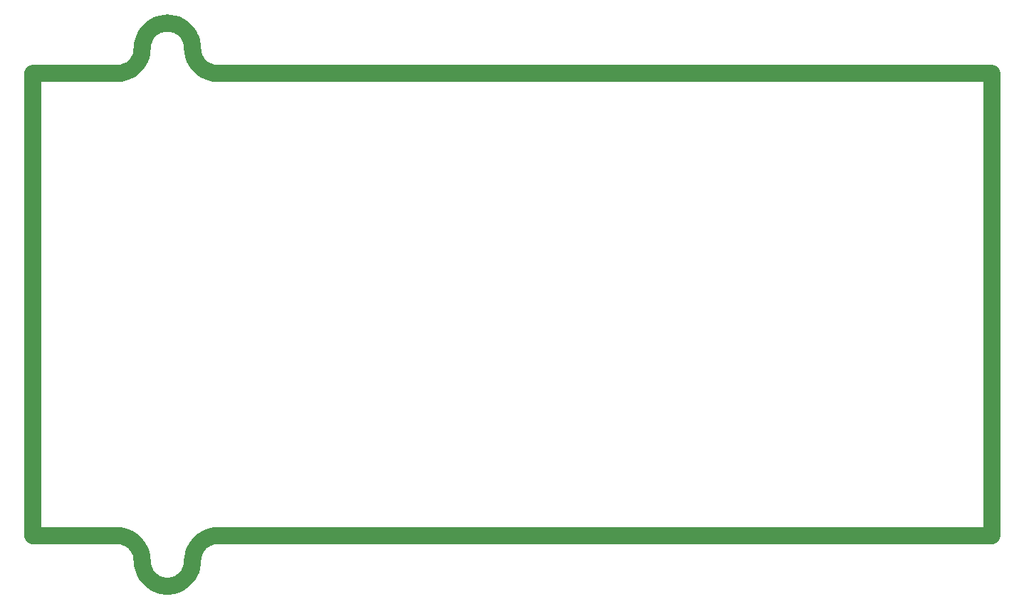
<source format=gko>
G04*
G04 #@! TF.GenerationSoftware,Altium Limited,Altium Designer,24.3.1 (35)*
G04*
G04 Layer_Color=16711935*
%FSLAX25Y25*%
%MOIN*%
G70*
G04*
G04 #@! TF.SameCoordinates,5149264C-F6EF-45E8-801D-D6D5ED924B73*
G04*
G04*
G04 #@! TF.FilePolarity,Positive*
G04*
G01*
G75*
%ADD74C,0.07874*%
D74*
X450787Y108268D02*
X450787Y108268D01*
X41339Y108268D02*
X41339D01*
X64961Y131890D02*
X63985Y131849D01*
X63017Y131729D01*
X62061Y131528D01*
X61126Y131250D01*
X60216Y130895D01*
X59339Y130466D01*
X58501Y129966D01*
X57706Y129399D01*
X56961Y128768D01*
X56271Y128078D01*
X55640Y127333D01*
X55073Y126539D01*
X54573Y125700D01*
X54144Y124823D01*
X53790Y123914D01*
X53511Y122978D01*
X53311Y122023D01*
X53190Y121054D01*
X53150Y120079D01*
X76772D02*
X76731Y121054D01*
X76611Y122023D01*
X76410Y122978D01*
X76132Y123914D01*
X75777Y124823D01*
X75348Y125700D01*
X74848Y126539D01*
X74281Y127333D01*
X73650Y128078D01*
X72960Y128768D01*
X72215Y129399D01*
X71421Y129966D01*
X70582Y130466D01*
X69705Y130895D01*
X68796Y131250D01*
X67860Y131528D01*
X66905Y131729D01*
X65936Y131849D01*
X64961Y131890D01*
X76772Y120079D02*
X76812Y119103D01*
X76933Y118135D01*
X77133Y117179D01*
X77412Y116244D01*
X77767Y115334D01*
X78195Y114457D01*
X78695Y113619D01*
X79262Y112824D01*
X79893Y112079D01*
X80583Y111389D01*
X81328Y110758D01*
X82123Y110191D01*
X82961Y109691D01*
X83838Y109263D01*
X84748Y108908D01*
X85683Y108629D01*
X86639Y108429D01*
X87607Y108308D01*
X88583Y108268D01*
X41339D02*
X42314Y108308D01*
X43283Y108429D01*
X44238Y108629D01*
X45174Y108908D01*
X46083Y109263D01*
X46960Y109691D01*
X47799Y110191D01*
X48593Y110758D01*
X49338Y111389D01*
X50028Y112079D01*
X50659Y112824D01*
X51226Y113619D01*
X51726Y114457D01*
X52155Y115334D01*
X52510Y116244D01*
X52788Y117179D01*
X52988Y118135D01*
X53109Y119103D01*
X53150Y120079D01*
Y-120079D02*
X53109Y-119103D01*
X52988Y-118135D01*
X52788Y-117179D01*
X52510Y-116244D01*
X52155Y-115334D01*
X51726Y-114457D01*
X51226Y-113619D01*
X50659Y-112824D01*
X50028Y-112079D01*
X49338Y-111389D01*
X48593Y-110758D01*
X47799Y-110191D01*
X46960Y-109691D01*
X46083Y-109263D01*
X45174Y-108908D01*
X44238Y-108629D01*
X43283Y-108429D01*
X42314Y-108308D01*
X41339Y-108268D01*
X88583D02*
X87607Y-108308D01*
X86639Y-108429D01*
X85683Y-108629D01*
X84748Y-108908D01*
X83838Y-109263D01*
X82961Y-109691D01*
X82123Y-110191D01*
X81328Y-110758D01*
X80583Y-111389D01*
X79893Y-112079D01*
X79262Y-112824D01*
X78695Y-113619D01*
X78195Y-114457D01*
X77767Y-115334D01*
X77412Y-116244D01*
X77133Y-117179D01*
X76933Y-118135D01*
X76812Y-119103D01*
X76772Y-120079D01*
X64961Y-131890D02*
X65936Y-131849D01*
X66905Y-131729D01*
X67860Y-131528D01*
X68796Y-131250D01*
X69705Y-130895D01*
X70582Y-130466D01*
X71421Y-129966D01*
X72215Y-129399D01*
X72960Y-128768D01*
X73650Y-128078D01*
X74281Y-127333D01*
X74848Y-126539D01*
X75348Y-125700D01*
X75777Y-124823D01*
X76132Y-123914D01*
X76410Y-122978D01*
X76611Y-122023D01*
X76731Y-121054D01*
X76772Y-120079D01*
X53150D02*
X53190Y-121054D01*
X53311Y-122023D01*
X53511Y-122978D01*
X53790Y-123914D01*
X54144Y-124823D01*
X54573Y-125700D01*
X55073Y-126539D01*
X55640Y-127333D01*
X56271Y-128078D01*
X56961Y-128768D01*
X57706Y-129399D01*
X58501Y-129966D01*
X59339Y-130466D01*
X60216Y-130895D01*
X61126Y-131250D01*
X62061Y-131528D01*
X63017Y-131729D01*
X63985Y-131849D01*
X64961Y-131890D01*
X88583Y-108268D02*
X450787D01*
X1969D02*
X41339D01*
X88583Y108268D02*
X450787D01*
X1969Y108268D02*
X41339D01*
X450787Y-108268D02*
Y108268D01*
X1969Y99725D02*
Y108268D01*
Y-108268D02*
Y99725D01*
M02*

</source>
